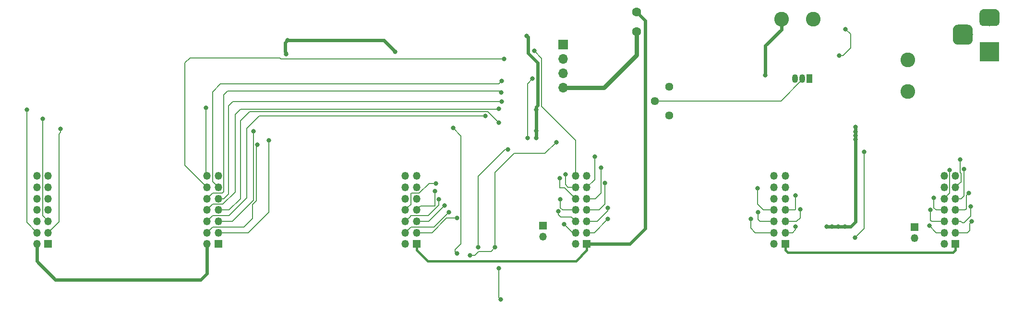
<source format=gbr>
G04 #@! TF.GenerationSoftware,KiCad,Pcbnew,(5.1.2-1)-1*
G04 #@! TF.CreationDate,2021-04-25T16:26:51+08:00*
G04 #@! TF.ProjectId,ESP32-Clock,45535033-322d-4436-9c6f-636b2e6b6963,rev?*
G04 #@! TF.SameCoordinates,Original*
G04 #@! TF.FileFunction,Copper,L2,Bot*
G04 #@! TF.FilePolarity,Positive*
%FSLAX46Y46*%
G04 Gerber Fmt 4.6, Leading zero omitted, Abs format (unit mm)*
G04 Created by KiCad (PCBNEW (5.1.2-1)-1) date 2021-04-25 16:26:51*
%MOMM*%
%LPD*%
G04 APERTURE LIST*
%ADD10O,1.350000X1.350000*%
%ADD11R,1.350000X1.350000*%
%ADD12C,1.600000*%
%ADD13R,3.500000X3.500000*%
%ADD14C,0.100000*%
%ADD15C,3.000000*%
%ADD16C,3.500000*%
%ADD17R,1.700000X1.700000*%
%ADD18O,1.700000X1.700000*%
%ADD19C,2.600000*%
%ADD20O,1.050000X1.500000*%
%ADD21R,1.050000X1.500000*%
%ADD22C,1.440000*%
%ADD23C,0.800000*%
%ADD24C,0.600000*%
%ADD25C,0.800000*%
%ADD26C,0.200000*%
%ADD27C,0.400000*%
G04 APERTURE END LIST*
D10*
X53000000Y-122000000D03*
X55000000Y-122000000D03*
X53000000Y-124000000D03*
X55000000Y-124000000D03*
X53000000Y-126000000D03*
X55000000Y-126000000D03*
X53000000Y-128000000D03*
X55000000Y-128000000D03*
X53000000Y-130000000D03*
X55000000Y-130000000D03*
X53000000Y-132000000D03*
X55000000Y-132000000D03*
X53000000Y-134000000D03*
D11*
X55000000Y-134000000D03*
D10*
X83000000Y-122000000D03*
X85000000Y-122000000D03*
X83000000Y-124000000D03*
X85000000Y-124000000D03*
X83000000Y-126000000D03*
X85000000Y-126000000D03*
X83000000Y-128000000D03*
X85000000Y-128000000D03*
X83000000Y-130000000D03*
X85000000Y-130000000D03*
X83000000Y-132000000D03*
X85000000Y-132000000D03*
X83000000Y-134000000D03*
D11*
X85000000Y-134000000D03*
D10*
X118000000Y-122000000D03*
X120000000Y-122000000D03*
X118000000Y-124000000D03*
X120000000Y-124000000D03*
X118000000Y-126000000D03*
X120000000Y-126000000D03*
X118000000Y-128000000D03*
X120000000Y-128000000D03*
X118000000Y-130000000D03*
X120000000Y-130000000D03*
X118000000Y-132000000D03*
X120000000Y-132000000D03*
X118000000Y-134000000D03*
D11*
X120000000Y-134000000D03*
D10*
X183000000Y-122000000D03*
X185000000Y-122000000D03*
X183000000Y-124000000D03*
X185000000Y-124000000D03*
X183000000Y-126000000D03*
X185000000Y-126000000D03*
X183000000Y-128000000D03*
X185000000Y-128000000D03*
X183000000Y-130000000D03*
X185000000Y-130000000D03*
X183000000Y-132000000D03*
X185000000Y-132000000D03*
X183000000Y-134000000D03*
D11*
X185000000Y-134000000D03*
D10*
X148000000Y-122000000D03*
X150000000Y-122000000D03*
X148000000Y-124000000D03*
X150000000Y-124000000D03*
X148000000Y-126000000D03*
X150000000Y-126000000D03*
X148000000Y-128000000D03*
X150000000Y-128000000D03*
X148000000Y-130000000D03*
X150000000Y-130000000D03*
X148000000Y-132000000D03*
X150000000Y-132000000D03*
X148000000Y-134000000D03*
D11*
X150000000Y-134000000D03*
D10*
X213000000Y-122000000D03*
X215000000Y-122000000D03*
X213000000Y-124000000D03*
X215000000Y-124000000D03*
X213000000Y-126000000D03*
X215000000Y-126000000D03*
X213000000Y-128000000D03*
X215000000Y-128000000D03*
X213000000Y-130000000D03*
X215000000Y-130000000D03*
X213000000Y-132000000D03*
X215000000Y-132000000D03*
X213000000Y-134000000D03*
D11*
X215000000Y-134000000D03*
D12*
X158800000Y-93000000D03*
X158800000Y-96500000D03*
D13*
X221000000Y-100000000D03*
D14*
G36*
X222073513Y-92503611D02*
G01*
X222146318Y-92514411D01*
X222217714Y-92532295D01*
X222287013Y-92557090D01*
X222353548Y-92588559D01*
X222416678Y-92626398D01*
X222475795Y-92670242D01*
X222530330Y-92719670D01*
X222579758Y-92774205D01*
X222623602Y-92833322D01*
X222661441Y-92896452D01*
X222692910Y-92962987D01*
X222717705Y-93032286D01*
X222735589Y-93103682D01*
X222746389Y-93176487D01*
X222750000Y-93250000D01*
X222750000Y-94750000D01*
X222746389Y-94823513D01*
X222735589Y-94896318D01*
X222717705Y-94967714D01*
X222692910Y-95037013D01*
X222661441Y-95103548D01*
X222623602Y-95166678D01*
X222579758Y-95225795D01*
X222530330Y-95280330D01*
X222475795Y-95329758D01*
X222416678Y-95373602D01*
X222353548Y-95411441D01*
X222287013Y-95442910D01*
X222217714Y-95467705D01*
X222146318Y-95485589D01*
X222073513Y-95496389D01*
X222000000Y-95500000D01*
X220000000Y-95500000D01*
X219926487Y-95496389D01*
X219853682Y-95485589D01*
X219782286Y-95467705D01*
X219712987Y-95442910D01*
X219646452Y-95411441D01*
X219583322Y-95373602D01*
X219524205Y-95329758D01*
X219469670Y-95280330D01*
X219420242Y-95225795D01*
X219376398Y-95166678D01*
X219338559Y-95103548D01*
X219307090Y-95037013D01*
X219282295Y-94967714D01*
X219264411Y-94896318D01*
X219253611Y-94823513D01*
X219250000Y-94750000D01*
X219250000Y-93250000D01*
X219253611Y-93176487D01*
X219264411Y-93103682D01*
X219282295Y-93032286D01*
X219307090Y-92962987D01*
X219338559Y-92896452D01*
X219376398Y-92833322D01*
X219420242Y-92774205D01*
X219469670Y-92719670D01*
X219524205Y-92670242D01*
X219583322Y-92626398D01*
X219646452Y-92588559D01*
X219712987Y-92557090D01*
X219782286Y-92532295D01*
X219853682Y-92514411D01*
X219926487Y-92503611D01*
X220000000Y-92500000D01*
X222000000Y-92500000D01*
X222073513Y-92503611D01*
X222073513Y-92503611D01*
G37*
D15*
X221000000Y-94000000D03*
D14*
G36*
X217260765Y-95254213D02*
G01*
X217345704Y-95266813D01*
X217428999Y-95287677D01*
X217509848Y-95316605D01*
X217587472Y-95353319D01*
X217661124Y-95397464D01*
X217730094Y-95448616D01*
X217793718Y-95506282D01*
X217851384Y-95569906D01*
X217902536Y-95638876D01*
X217946681Y-95712528D01*
X217983395Y-95790152D01*
X218012323Y-95871001D01*
X218033187Y-95954296D01*
X218045787Y-96039235D01*
X218050000Y-96125000D01*
X218050000Y-97875000D01*
X218045787Y-97960765D01*
X218033187Y-98045704D01*
X218012323Y-98128999D01*
X217983395Y-98209848D01*
X217946681Y-98287472D01*
X217902536Y-98361124D01*
X217851384Y-98430094D01*
X217793718Y-98493718D01*
X217730094Y-98551384D01*
X217661124Y-98602536D01*
X217587472Y-98646681D01*
X217509848Y-98683395D01*
X217428999Y-98712323D01*
X217345704Y-98733187D01*
X217260765Y-98745787D01*
X217175000Y-98750000D01*
X215425000Y-98750000D01*
X215339235Y-98745787D01*
X215254296Y-98733187D01*
X215171001Y-98712323D01*
X215090152Y-98683395D01*
X215012528Y-98646681D01*
X214938876Y-98602536D01*
X214869906Y-98551384D01*
X214806282Y-98493718D01*
X214748616Y-98430094D01*
X214697464Y-98361124D01*
X214653319Y-98287472D01*
X214616605Y-98209848D01*
X214587677Y-98128999D01*
X214566813Y-98045704D01*
X214554213Y-97960765D01*
X214550000Y-97875000D01*
X214550000Y-96125000D01*
X214554213Y-96039235D01*
X214566813Y-95954296D01*
X214587677Y-95871001D01*
X214616605Y-95790152D01*
X214653319Y-95712528D01*
X214697464Y-95638876D01*
X214748616Y-95569906D01*
X214806282Y-95506282D01*
X214869906Y-95448616D01*
X214938876Y-95397464D01*
X215012528Y-95353319D01*
X215090152Y-95316605D01*
X215171001Y-95287677D01*
X215254296Y-95266813D01*
X215339235Y-95254213D01*
X215425000Y-95250000D01*
X217175000Y-95250000D01*
X217260765Y-95254213D01*
X217260765Y-95254213D01*
G37*
D16*
X216300000Y-97000000D03*
D17*
X145800000Y-98800000D03*
D18*
X145800000Y-101340000D03*
X145800000Y-103880000D03*
X145800000Y-106420000D03*
D10*
X142250000Y-132750000D03*
D11*
X142250000Y-130750000D03*
X207750000Y-131000000D03*
D10*
X207750000Y-133000000D03*
D19*
X206600000Y-101500000D03*
X206600000Y-107100000D03*
X184300000Y-94300000D03*
X189900000Y-94300000D03*
D20*
X187980000Y-104750000D03*
X186710000Y-104750000D03*
D21*
X189250000Y-104750000D03*
D22*
X164500000Y-111280000D03*
X161960000Y-108740000D03*
X164500000Y-106200000D03*
D23*
X195635000Y-96025000D03*
X194500000Y-100750000D03*
X197350000Y-113350000D03*
X197350000Y-114850000D03*
X197350000Y-115550000D03*
X195500000Y-130900000D03*
X194350000Y-130905000D03*
X193195000Y-130905000D03*
X192305000Y-130905000D03*
X197350000Y-114150000D03*
X141100000Y-115300000D03*
X141100000Y-114000000D03*
X141100000Y-110300000D03*
X139400000Y-97200000D03*
X97200000Y-98000000D03*
X97000000Y-100500000D03*
X116200000Y-100000000D03*
X181500000Y-104200000D03*
X139525000Y-115300000D03*
X140400000Y-104800000D03*
X54000000Y-111900000D03*
X51200000Y-110300000D03*
X57200000Y-113700000D03*
X93900000Y-115700004D03*
X91900000Y-116500000D03*
X91200000Y-114100000D03*
X132100000Y-111400000D03*
X134500000Y-112600000D03*
X134500000Y-110100000D03*
X135000000Y-108800000D03*
X134900000Y-107200000D03*
X135000000Y-105200000D03*
X135415000Y-101285000D03*
X82800000Y-109900000D03*
X123415000Y-123285000D03*
X123200000Y-124700000D03*
X123900000Y-126100000D03*
X124900000Y-127200000D03*
X125700000Y-128400000D03*
X127100000Y-129400000D03*
X180100000Y-124200000D03*
X186800000Y-125400000D03*
X180200000Y-128400000D03*
X187600000Y-127900000D03*
X178900000Y-129600000D03*
X186800000Y-130900000D03*
X153700000Y-129600000D03*
X146000000Y-130500000D03*
X153700000Y-127600000D03*
X144961550Y-128251500D03*
X153200000Y-123200000D03*
X145300000Y-126100000D03*
X152500000Y-120500000D03*
X145200000Y-122400000D03*
X151400000Y-118600000D03*
X150000000Y-124000000D03*
X146200000Y-121700000D03*
X140700000Y-99900000D03*
X217900000Y-130000000D03*
X210400000Y-130800000D03*
X217700000Y-127400000D03*
X210599754Y-127960147D03*
X217324999Y-125024999D03*
X211200000Y-125900000D03*
X216500000Y-120750000D03*
X214000000Y-120950000D03*
X215800000Y-119100000D03*
X161960000Y-108740000D03*
X134500000Y-138300000D03*
X134800000Y-143800000D03*
X126400000Y-113500000D03*
X127100000Y-135700000D03*
X133800000Y-134600000D03*
X129350000Y-135985000D03*
X144600000Y-116000000D03*
X197300000Y-132900000D03*
X198900000Y-117700000D03*
X130841866Y-134602408D03*
X136100000Y-117300000D03*
D24*
X83000000Y-139200000D02*
X83000000Y-134000000D01*
X81900000Y-140300000D02*
X83000000Y-139200000D01*
X56267999Y-140300001D02*
X81900000Y-140300000D01*
X53000000Y-137032002D02*
X56267999Y-140300001D01*
X53000000Y-134000000D02*
X53000000Y-137032002D01*
D25*
X158800000Y-96500000D02*
X158800000Y-100600000D01*
X152980000Y-106420000D02*
X145800000Y-106420000D01*
X158800000Y-100600000D02*
X152980000Y-106420000D01*
D26*
X196550010Y-96940010D02*
X196550010Y-99377824D01*
X196550010Y-99377824D02*
X195177834Y-100750000D01*
X195635000Y-96025000D02*
X196550010Y-96940010D01*
X195177834Y-100750000D02*
X194500000Y-100750000D01*
D24*
X197350000Y-113350000D02*
X197350000Y-130050000D01*
X197350000Y-130050000D02*
X196500000Y-130900000D01*
X196500000Y-130900000D02*
X195500000Y-130900000D01*
X193195000Y-130905000D02*
X192305000Y-130905000D01*
X192310000Y-130900000D02*
X192305000Y-130905000D01*
X195500000Y-130900000D02*
X192310000Y-130900000D01*
X141100000Y-115300000D02*
X141100000Y-114000000D01*
X141100000Y-114000000D02*
X141100000Y-110300000D01*
X141300001Y-109534314D02*
X141300001Y-102000001D01*
X141100000Y-109734315D02*
X141300001Y-109534314D01*
X141100000Y-110300000D02*
X141100000Y-109734315D01*
X141300001Y-102000001D02*
X139600000Y-100300000D01*
X139600000Y-100300000D02*
X139600000Y-97400000D01*
X139600000Y-97400000D02*
X139400000Y-97200000D01*
X96800001Y-98399999D02*
X96800001Y-99999999D01*
X97200000Y-98000000D02*
X96800001Y-98399999D01*
X96800001Y-99999999D02*
X97000000Y-100199998D01*
X97000000Y-100199998D02*
X97000000Y-100500000D01*
X97200000Y-98000000D02*
X114200000Y-98000000D01*
X114200000Y-98000000D02*
X116200000Y-100000000D01*
D27*
X215000000Y-135075000D02*
X215000000Y-134000000D01*
X214575000Y-135500000D02*
X215000000Y-135075000D01*
X185425000Y-135500000D02*
X214575000Y-135500000D01*
X185000000Y-135075000D02*
X185425000Y-135500000D01*
X185000000Y-134000000D02*
X185000000Y-135075000D01*
X121925000Y-137000000D02*
X148075000Y-137000000D01*
X148075000Y-137000000D02*
X150000000Y-135075000D01*
X120000000Y-135075000D02*
X121925000Y-137000000D01*
X150000000Y-135075000D02*
X150000000Y-134000000D01*
X120000000Y-134000000D02*
X120000000Y-135075000D01*
D24*
X160300001Y-94500001D02*
X160300001Y-131299999D01*
X158800000Y-93000000D02*
X160300001Y-94500001D01*
X157600000Y-134000000D02*
X150000000Y-134000000D01*
X160300001Y-131299999D02*
X157600000Y-134000000D01*
X184300000Y-96138477D02*
X181500000Y-98938477D01*
X184300000Y-94300000D02*
X184300000Y-96138477D01*
X181500000Y-98938477D02*
X181500000Y-104200000D01*
D26*
X139525000Y-115300000D02*
X139525000Y-105675000D01*
X139525000Y-105675000D02*
X140400000Y-104800000D01*
X54000000Y-129000000D02*
X55000000Y-130000000D01*
X54000000Y-111900000D02*
X54000000Y-129000000D01*
X51200000Y-130200000D02*
X53000000Y-132000000D01*
X51200000Y-110300000D02*
X51200000Y-130200000D01*
X57200000Y-114265685D02*
X56900000Y-114565685D01*
X57200000Y-113700000D02*
X57200000Y-114265685D01*
X56900000Y-130100000D02*
X55000000Y-132000000D01*
X56900000Y-114565685D02*
X56900000Y-130100000D01*
X93900000Y-128400000D02*
X93900000Y-116265689D01*
X90300000Y-132000000D02*
X93900000Y-128400000D01*
X85000000Y-132000000D02*
X90300000Y-132000000D01*
X93900000Y-116265689D02*
X93900000Y-115700004D01*
X83975001Y-131024999D02*
X89475001Y-131024999D01*
X83000000Y-132000000D02*
X83975001Y-131024999D01*
X89475001Y-131024999D02*
X91000000Y-129500000D01*
X91000000Y-127065698D02*
X91700000Y-126365698D01*
X91000000Y-129500000D02*
X91000000Y-127065698D01*
X91700000Y-126365698D02*
X91700000Y-116500000D01*
X91700000Y-116500000D02*
X91900000Y-116500000D01*
X85000000Y-130000000D02*
X87500000Y-130000000D01*
X87500000Y-130000000D02*
X91200000Y-126300000D01*
X91200000Y-126300000D02*
X91200000Y-114100000D01*
X84024999Y-128975001D02*
X86924999Y-128975001D01*
X83000000Y-130000000D02*
X84024999Y-128975001D01*
X86924999Y-128975001D02*
X90000000Y-125900000D01*
X90000000Y-125900000D02*
X90000000Y-113600000D01*
X90000000Y-113600000D02*
X92200000Y-111400000D01*
X92200000Y-111400000D02*
X132100000Y-111400000D01*
X132500010Y-110600010D02*
X90499990Y-110600010D01*
X134500000Y-112600000D02*
X132500010Y-110600010D01*
X90499990Y-110600010D02*
X88900000Y-112200000D01*
X88900000Y-112200000D02*
X88900000Y-126000000D01*
X86900000Y-128000000D02*
X85000000Y-128000000D01*
X88900000Y-126000000D02*
X86900000Y-128000000D01*
X84024999Y-126975001D02*
X84531999Y-126975001D01*
X83000000Y-128000000D02*
X84024999Y-126975001D01*
X84531999Y-126975001D02*
X85824999Y-126975001D01*
X85824999Y-126975001D02*
X88000000Y-124800000D01*
X88000000Y-124800000D02*
X88000000Y-111100000D01*
X88000000Y-111100000D02*
X88900000Y-110200000D01*
X134400000Y-110200000D02*
X134500000Y-110100000D01*
X88900000Y-110200000D02*
X134400000Y-110200000D01*
X135000000Y-108800000D02*
X87600000Y-108800000D01*
X87600000Y-108800000D02*
X86800000Y-109600000D01*
X86800000Y-125154594D02*
X85954594Y-126000000D01*
X85954594Y-126000000D02*
X85000000Y-126000000D01*
X86800000Y-109600000D02*
X86800000Y-125154594D01*
X84024999Y-124975001D02*
X85724999Y-124975001D01*
X83000000Y-126000000D02*
X84024999Y-124975001D01*
X85975001Y-124724999D02*
X85975001Y-107624999D01*
X85724999Y-124975001D02*
X85975001Y-124724999D01*
X85975001Y-107624999D02*
X86600000Y-107000000D01*
X134700000Y-107000000D02*
X134900000Y-107200000D01*
X86600000Y-107000000D02*
X134700000Y-107000000D01*
X135000000Y-105200000D02*
X134500000Y-105700000D01*
X134500000Y-105700000D02*
X85400000Y-105700000D01*
X84325001Y-123325001D02*
X85000000Y-124000000D01*
X83975001Y-122975001D02*
X84325001Y-123325001D01*
X83975001Y-107124999D02*
X83975001Y-122975001D01*
X85400000Y-105700000D02*
X83975001Y-107124999D01*
X135415000Y-101285000D02*
X96048988Y-101285000D01*
X96048988Y-101285000D02*
X95863988Y-101100000D01*
X82325001Y-123325001D02*
X83000000Y-124000000D01*
X79100000Y-120100000D02*
X82325001Y-123325001D01*
X79100000Y-102000000D02*
X79100000Y-120100000D01*
X80000000Y-101100000D02*
X79100000Y-102000000D01*
X95863988Y-101100000D02*
X80000000Y-101100000D01*
X82800000Y-121800000D02*
X83000000Y-122000000D01*
X82800000Y-109900000D02*
X82800000Y-121800000D01*
X122158002Y-123285000D02*
X120418003Y-125024999D01*
X120418003Y-125024999D02*
X119075001Y-125024999D01*
X123415000Y-123285000D02*
X122158002Y-123285000D01*
X118674999Y-127325001D02*
X118000000Y-128000000D01*
X118975001Y-127024999D02*
X118674999Y-127325001D01*
X118975001Y-125124999D02*
X118975001Y-127024999D01*
X119075001Y-125024999D02*
X118975001Y-125124999D01*
X123200000Y-124700000D02*
X123200000Y-127300000D01*
X120700000Y-127300000D02*
X120000000Y-128000000D01*
X123200000Y-127300000D02*
X120700000Y-127300000D01*
X123900000Y-127165699D02*
X122040700Y-129024999D01*
X122040700Y-129024999D02*
X118875001Y-129024999D01*
X123900000Y-126100000D02*
X123900000Y-127165699D01*
X118875001Y-129124999D02*
X118000000Y-130000000D01*
X118875001Y-129024999D02*
X118875001Y-129124999D01*
X122100000Y-130000000D02*
X120000000Y-130000000D01*
X124900000Y-127200000D02*
X122100000Y-130000000D01*
X118674999Y-131325001D02*
X118000000Y-132000000D01*
X118975001Y-131024999D02*
X118674999Y-131325001D01*
X123075001Y-131024999D02*
X118975001Y-131024999D01*
X125700000Y-128400000D02*
X123075001Y-131024999D01*
X120954594Y-132000000D02*
X120000000Y-132000000D01*
X122665698Y-132000000D02*
X120954594Y-132000000D01*
X125265698Y-129400000D02*
X122665698Y-132000000D01*
X127100000Y-129400000D02*
X125265698Y-129400000D01*
X180100000Y-124200000D02*
X180100000Y-127000000D01*
X180100000Y-127000000D02*
X181100000Y-128000000D01*
X181100000Y-128000000D02*
X183000000Y-128000000D01*
X186800000Y-125400000D02*
X186800000Y-127900000D01*
X186700000Y-128000000D02*
X185000000Y-128000000D01*
X186800000Y-127900000D02*
X186700000Y-128000000D01*
X180200000Y-128400000D02*
X180200000Y-129700000D01*
X180500000Y-130000000D02*
X183000000Y-130000000D01*
X180200000Y-129700000D02*
X180500000Y-130000000D01*
X187000000Y-130000000D02*
X185000000Y-130000000D01*
X187600000Y-129400000D02*
X187000000Y-130000000D01*
X187600000Y-127900000D02*
X187600000Y-129400000D01*
X179700000Y-132000000D02*
X183000000Y-132000000D01*
X178900000Y-131200000D02*
X179700000Y-132000000D01*
X178900000Y-129600000D02*
X178900000Y-131200000D01*
X186265685Y-132000000D02*
X185954594Y-132000000D01*
X186800000Y-131465685D02*
X186265685Y-132000000D01*
X185954594Y-132000000D02*
X185000000Y-132000000D01*
X186800000Y-130900000D02*
X186800000Y-131465685D01*
X151300000Y-132000000D02*
X150000000Y-132000000D01*
X153700000Y-129600000D02*
X151300000Y-132000000D01*
X147500000Y-132000000D02*
X148000000Y-132000000D01*
X146000000Y-130500000D02*
X147500000Y-132000000D01*
X150954594Y-130000000D02*
X150000000Y-130000000D01*
X153700000Y-128165685D02*
X151865685Y-130000000D01*
X151865685Y-130000000D02*
X150954594Y-130000000D01*
X153700000Y-127600000D02*
X153700000Y-128165685D01*
X144961550Y-128817185D02*
X145400000Y-129255635D01*
X144961550Y-128251500D02*
X144961550Y-128817185D01*
X147255635Y-129255635D02*
X148000000Y-130000000D01*
X145400000Y-129255635D02*
X147255635Y-129255635D01*
X153200000Y-123200000D02*
X153200000Y-127000000D01*
X153200000Y-127000000D02*
X152200000Y-128000000D01*
X152200000Y-128000000D02*
X150000000Y-128000000D01*
X145300000Y-126100000D02*
X145300000Y-127600000D01*
X145700000Y-128000000D02*
X148000000Y-128000000D01*
X145300000Y-127600000D02*
X145700000Y-128000000D01*
X151500000Y-126000000D02*
X150000000Y-126000000D01*
X152500000Y-125000000D02*
X151500000Y-126000000D01*
X152500000Y-120500000D02*
X152500000Y-125000000D01*
X145200000Y-124100000D02*
X146100000Y-124100000D01*
X145200000Y-122400000D02*
X145200000Y-124100000D01*
X146100000Y-124100000D02*
X148000000Y-126000000D01*
X151400000Y-122600000D02*
X150000000Y-124000000D01*
X151400000Y-118600000D02*
X151400000Y-122600000D01*
X146200000Y-121700000D02*
X146200000Y-123500000D01*
X146700000Y-124000000D02*
X148000000Y-124000000D01*
X146200000Y-123500000D02*
X146700000Y-124000000D01*
X142000000Y-101200000D02*
X142000000Y-109700000D01*
X140700000Y-99900000D02*
X142000000Y-101200000D01*
X148000000Y-115700000D02*
X148000000Y-122000000D01*
X142000000Y-109700000D02*
X148000000Y-115700000D01*
X217500001Y-130399999D02*
X217500000Y-131600000D01*
X217100000Y-132000000D02*
X215000000Y-132000000D01*
X217500000Y-131600000D02*
X217100000Y-132000000D01*
X217900000Y-130000000D02*
X217500001Y-130399999D01*
X211600000Y-132000000D02*
X213000000Y-132000000D01*
X210400000Y-130800000D02*
X211600000Y-132000000D01*
X217700000Y-127400000D02*
X217700000Y-129100000D01*
X217700000Y-129100000D02*
X216500000Y-130300000D01*
X215954594Y-130000000D02*
X216254594Y-130300000D01*
X215000000Y-130000000D02*
X215954594Y-130000000D01*
X216254594Y-130300000D02*
X216500000Y-130300000D01*
X210599754Y-127960147D02*
X210599754Y-129799754D01*
X210800000Y-130000000D02*
X213000000Y-130000000D01*
X210599754Y-129799754D02*
X210800000Y-130000000D01*
X216925000Y-125424998D02*
X216925000Y-127775000D01*
X217324999Y-125024999D02*
X216925000Y-125424998D01*
X216700000Y-128000000D02*
X215000000Y-128000000D01*
X216925000Y-127775000D02*
X216700000Y-128000000D01*
X211200000Y-125900000D02*
X211200000Y-127600000D01*
X211600000Y-128000000D02*
X213000000Y-128000000D01*
X211200000Y-127600000D02*
X211600000Y-128000000D01*
X216500000Y-120750000D02*
X216500000Y-125500000D01*
X216000000Y-126000000D02*
X215000000Y-126000000D01*
X216500000Y-125500000D02*
X216000000Y-126000000D01*
X214000000Y-125000000D02*
X213000000Y-126000000D01*
X214000000Y-120950000D02*
X214000000Y-125000000D01*
X215975001Y-123024999D02*
X215674999Y-123325001D01*
X215975001Y-121531999D02*
X215975001Y-123024999D01*
X215800000Y-121356998D02*
X215975001Y-121531999D01*
X215674999Y-123325001D02*
X215000000Y-124000000D01*
X215800000Y-119100000D02*
X215800000Y-121356998D01*
X187980000Y-104975000D02*
X187980000Y-104750000D01*
X184215000Y-108740000D02*
X187980000Y-104975000D01*
X161960000Y-108740000D02*
X184215000Y-108740000D01*
X134500000Y-138300000D02*
X134500000Y-143500000D01*
X134500000Y-143500000D02*
X134800000Y-143800000D01*
X127800001Y-114900001D02*
X127800001Y-133999999D01*
X126400000Y-113500000D02*
X127800001Y-114900001D01*
X127800001Y-133999999D02*
X126800000Y-135000000D01*
X126800000Y-135400000D02*
X127100000Y-135700000D01*
X126800000Y-135000000D02*
X126800000Y-135400000D01*
X130215000Y-135985000D02*
X129350000Y-135985000D01*
X130900010Y-135299990D02*
X130215000Y-135985000D01*
X133100010Y-135299990D02*
X130900010Y-135299990D01*
X133800000Y-134600000D02*
X133100010Y-135299990D01*
X144600000Y-116000000D02*
X142600000Y-118000000D01*
X142600000Y-118000000D02*
X137200000Y-118000000D01*
X133800000Y-121400000D02*
X133800000Y-134600000D01*
X137200000Y-118000000D02*
X133800000Y-121400000D01*
X197300000Y-132900000D02*
X198900000Y-131300000D01*
X198900000Y-131300000D02*
X198900000Y-118265685D01*
X198900000Y-118265685D02*
X198900000Y-117700000D01*
X130841866Y-134602408D02*
X130841866Y-122058134D01*
X130841866Y-122058134D02*
X135600000Y-117300000D01*
X135600000Y-117300000D02*
X136100000Y-117300000D01*
M02*

</source>
